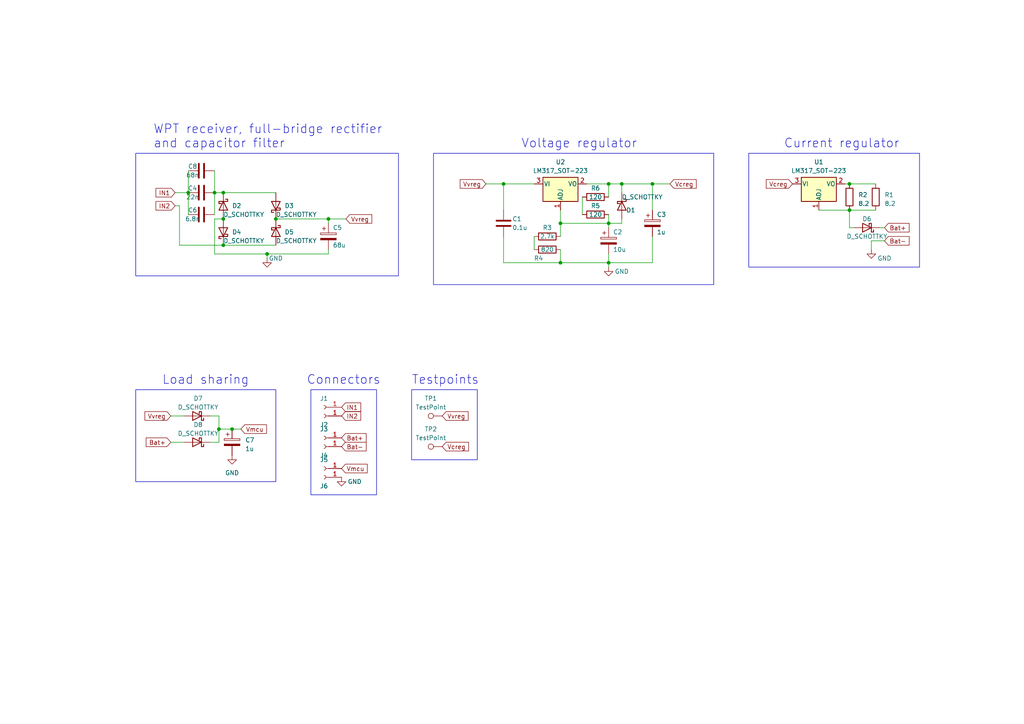
<source format=kicad_sch>
(kicad_sch (version 20230121) (generator eeschema)
  (paper "A4")
  (lib_symbols
    (symbol "Connector:Conn_01x01_Socket" (pin_names (offset 1.016) hide)
      (property "Reference" "J" (at 0 2.54 0))
      (property "Value" "Conn_01x01_Socket" (at 0 -2.54 0))
      (symbol "Conn_01x01_Socket_1_1"
        (polyline (pts (xy -1.27 0) (xy -0.508 0)) (stroke (width 0.1524)))
        (arc (start 0 0.508) (mid -0.5058 0) (end 0 -0.508) (stroke (width 0.1524)))
        (pin passive line (at -5.08 0 0) (length 3.81) (name "Pin_1") (number "1"))
      )
    )
    (symbol "Connector:TestPoint" (pin_numbers hide) (pin_names (offset 0.762) hide)
      (property "Reference" "TP" (at 0 6.858 0))
      (property "Value" "TestPoint" (at 0 5.08 0))
      (symbol "TestPoint_0_1"
        (circle (center 0 3.302) (radius 0.762))
      )
      (symbol "TestPoint_1_1"
        (pin passive line (at 0 0 90) (length 2.54) (name "1") (number "1"))
      )
    )
    (symbol "Device:C" (pin_numbers hide) (pin_names (offset 0.254))
      (property "Reference" "C" (at 0.635 2.54 0))
      (property "Value" "C" (at 0.635 -2.54 0))
      (symbol "C_0_1"
        (polyline (pts (xy -2.032 -0.762) (xy 2.032 -0.762)) (stroke (width 0.508)))
        (polyline (pts (xy -2.032 0.762) (xy 2.032 0.762)) (stroke (width 0.508)))
      )
      (symbol "C_1_1"
        (pin passive line (at 0 3.81 270) (length 2.794) (name "~") (number "1"))
        (pin passive line (at 0 -3.81 90) (length 2.794) (name "~") (number "2"))
      )
    )
    (symbol "Device:C_Polarized" (pin_numbers hide) (pin_names (offset 0.254))
      (property "Reference" "C" (at 0.635 2.54 0))
      (property "Value" "C_Polarized" (at 0.635 -2.54 0))
      (symbol "C_Polarized_0_1"
        (rectangle (start -2.286 0.508) (end 2.286 1.016))
        (polyline (pts (xy -1.778 2.286) (xy -0.762 2.286)))
        (polyline (pts (xy -1.27 2.794) (xy -1.27 1.778)))
        (rectangle (start 2.286 -0.508) (end -2.286 -1.016) (fill (type outline)))
      )
      (symbol "C_Polarized_1_1"
        (pin passive line (at 0 3.81 270) (length 2.794) (name "~") (number "1"))
        (pin passive line (at 0 -3.81 90) (length 2.794) (name "~") (number "2"))
      )
    )
    (symbol "Device:D_Schottky" (pin_numbers hide) (pin_names (offset 1.016) hide)
      (property "Reference" "D" (at 0 2.54 0))
      (property "Value" "D_Schottky" (at 0 -2.54 0))
      (symbol "D_Schottky_0_1"
        (polyline (pts (xy 1.27 0) (xy -1.27 0)))
        (polyline (pts (xy 1.27 1.27) (xy 1.27 -1.27) (xy -1.27 0) (xy 1.27 1.27)) (stroke (width 0.254)))
        (polyline (pts (xy -1.905 0.635) (xy -1.905 1.27) (xy -1.27 1.27) (xy -1.27 -1.27) (xy -0.635 -1.27) (xy -0.635 -0.635)) (stroke (width 0.254)))
      )
      (symbol "D_Schottky_1_1"
        (pin passive line (at -3.81 0 0) (length 2.54) (name "K") (number "1"))
        (pin passive line (at 3.81 0 180) (length 2.54) (name "A") (number "2"))
      )
    )
    (symbol "Device:R" (pin_numbers hide) (pin_names (offset 0))
      (property "Reference" "R" (at 2.032 0 90))
      (property "Value" "R" (at 0 0 90))
      (symbol "R_0_1"
        (rectangle (start -1.016 -2.54) (end 1.016 2.54) (stroke (width 0.254)))
      )
      (symbol "R_1_1"
        (pin passive line (at 0 3.81 270) (length 1.27) (name "~") (number "1"))
        (pin passive line (at 0 -3.81 90) (length 1.27) (name "~") (number "2"))
      )
    )
    (symbol "Regulator_Linear:LM317_SOT-223" (pin_names (offset 0.254))
      (property "Reference" "U" (at -3.81 3.175 0))
      (property "Value" "LM317_SOT-223" (at 0 3.175 0))
      (symbol "LM317_SOT-223_0_1"
        (rectangle (start -5.08 1.905) (end 5.08 -5.08) (stroke (width 0.254)) (fill (type background)))
      )
      (symbol "LM317_SOT-223_1_1"
        (pin input line (at 0 -7.62 90) (length 2.54) (name "ADJ") (number "1"))
        (pin power_out line (at 7.62 0 180) (length 2.54) (name "VO") (number "2"))
        (pin power_in line (at -7.62 0 0) (length 2.54) (name "VI") (number "3"))
      )
    )
    (symbol "power:GND" (power) (pin_names (offset 0))
      (property "Value" "GND" (at 0 -3.81 0))
      (symbol "GND_0_1"
        (polyline (pts (xy 0 0) (xy 0 -1.27) (xy 1.27 -1.27) (xy 0 -2.54) (xy -1.27 -1.27) (xy 0 -1.27)))
      )
      (symbol "GND_1_1"
        (pin power_in line (at 0 0 270) (length 0) hide (name "GND") (number "1"))
      )
    )
  )
  (junction (at 180.34 53.34))
  (junction (at 62.23 55.88))
  (junction (at 146.05 53.34))
  (junction (at 246.38 60.96))
  (junction (at 162.56 64.77))
  (junction (at 54.61 55.88))
  (junction (at 189.23 53.34))
  (junction (at 64.77 71.12))
  (junction (at 77.47 73.66))
  (junction (at 80.01 63.5))
  (junction (at 162.56 76.2))
  (junction (at 246.38 53.34))
  (junction (at 176.53 64.77))
  (junction (at 63.5 124.46))
  (junction (at 95.25 63.5))
  (junction (at 67.31 124.46))
  (junction (at 176.53 53.34))
  (junction (at 64.77 55.88))
  (junction (at 176.53 76.2))
  (junction (at 64.77 63.5))
  (wire (pts (xy 189.23 53.34) (xy 194.31 53.34)))
  (wire (pts (xy 176.53 62.23) (xy 176.53 64.77)))
  (wire (pts (xy 237.49 60.96) (xy 246.38 60.96)))
  (wire (pts (xy 189.23 68.58) (xy 189.23 76.2)))
  (wire (pts (xy 140.97 53.34) (xy 146.05 53.34)))
  (wire (pts (xy 63.5 124.46) (xy 67.31 124.46)))
  (wire (pts (xy 162.56 76.2) (xy 176.53 76.2)))
  (wire (pts (xy 256.54 69.85) (xy 252.73 69.85)))
  (wire (pts (xy 95.25 73.66) (xy 77.47 73.66)))
  (wire (pts (xy 67.31 124.46) (xy 69.85 124.46)))
  (wire (pts (xy 80.01 63.5) (xy 95.25 63.5)))
  (wire (pts (xy 62.23 55.88) (xy 64.77 55.88)))
  (wire (pts (xy 245.11 53.34) (xy 246.38 53.34)))
  (wire (pts (xy 64.77 55.88) (xy 80.01 55.88)))
  (wire (pts (xy 176.53 76.2) (xy 176.53 73.66)))
  (wire (pts (xy 176.53 53.34) (xy 180.34 53.34)))
  (wire (pts (xy 54.61 55.88) (xy 54.61 62.23)))
  (wire (pts (xy 60.96 120.65) (xy 63.5 120.65)))
  (wire (pts (xy 63.5 120.65) (xy 63.5 124.46)))
  (wire (pts (xy 180.34 53.34) (xy 180.34 55.88)))
  (wire (pts (xy 246.38 53.34) (xy 254 53.34)))
  (wire (pts (xy 255.27 66.04) (xy 256.54 66.04)))
  (wire (pts (xy 49.53 120.65) (xy 53.34 120.65)))
  (wire (pts (xy 52.07 59.69) (xy 50.8 59.69)))
  (wire (pts (xy 62.23 63.5) (xy 64.77 63.5)))
  (wire (pts (xy 247.65 66.04) (xy 246.38 66.04)))
  (wire (pts (xy 170.18 53.34) (xy 176.53 53.34)))
  (wire (pts (xy 95.25 73.66) (xy 95.25 72.39)))
  (wire (pts (xy 62.23 55.88) (xy 62.23 62.23)))
  (wire (pts (xy 154.94 68.58) (xy 154.94 72.39)))
  (wire (pts (xy 64.77 71.12) (xy 52.07 71.12)))
  (wire (pts (xy 176.53 64.77) (xy 176.53 66.04)))
  (wire (pts (xy 162.56 64.77) (xy 176.53 64.77)))
  (wire (pts (xy 146.05 68.58) (xy 146.05 76.2)))
  (wire (pts (xy 95.25 63.5) (xy 100.33 63.5)))
  (wire (pts (xy 176.53 53.34) (xy 176.53 57.15)))
  (wire (pts (xy 162.56 60.96) (xy 162.56 64.77)))
  (wire (pts (xy 146.05 53.34) (xy 146.05 60.96)))
  (wire (pts (xy 162.56 64.77) (xy 162.56 68.58)))
  (wire (pts (xy 77.47 73.66) (xy 77.47 74.93)))
  (wire (pts (xy 77.47 73.66) (xy 62.23 73.66)))
  (wire (pts (xy 246.38 66.04) (xy 246.38 60.96)))
  (wire (pts (xy 63.5 124.46) (xy 63.5 128.27)))
  (wire (pts (xy 54.61 49.53) (xy 54.61 55.88)))
  (wire (pts (xy 176.53 76.2) (xy 176.53 77.47)))
  (wire (pts (xy 49.53 128.27) (xy 53.34 128.27)))
  (wire (pts (xy 50.8 55.88) (xy 54.61 55.88)))
  (wire (pts (xy 252.73 69.85) (xy 252.73 72.39)))
  (wire (pts (xy 62.23 49.53) (xy 62.23 55.88)))
  (wire (pts (xy 63.5 128.27) (xy 60.96 128.27)))
  (wire (pts (xy 64.77 71.12) (xy 80.01 71.12)))
  (wire (pts (xy 176.53 64.77) (xy 180.34 64.77)))
  (wire (pts (xy 95.25 63.5) (xy 95.25 64.77)))
  (wire (pts (xy 189.23 76.2) (xy 176.53 76.2)))
  (wire (pts (xy 168.91 57.15) (xy 168.91 62.23)))
  (wire (pts (xy 52.07 71.12) (xy 52.07 59.69)))
  (wire (pts (xy 246.38 60.96) (xy 254 60.96)))
  (wire (pts (xy 146.05 53.34) (xy 154.94 53.34)))
  (wire (pts (xy 162.56 72.39) (xy 162.56 76.2)))
  (wire (pts (xy 189.23 53.34) (xy 189.23 60.96)))
  (wire (pts (xy 180.34 53.34) (xy 189.23 53.34)))
  (wire (pts (xy 180.34 63.5) (xy 180.34 64.77)))
  (wire (pts (xy 62.23 73.66) (xy 62.23 63.5)))
  (wire (pts (xy 146.05 76.2) (xy 162.56 76.2)))
  (rectangle (start 125.73 44.45) (end 207.01 82.55))
  (rectangle (start 90.17 113.03) (end 109.22 143.51))
  (rectangle (start 39.37 113.03) (end 80.01 139.7))
  (rectangle (start 119.38 113.03) (end 138.43 133.35))
  (rectangle (start 39.37 44.45) (end 115.57 80.01))
  (rectangle (start 217.17 44.45) (end 266.7 77.47))
  (text "Current regulator" (at 227.33 43.18 0) (effects (font (size 2.56 2.56)) (justify left bottom)))
  (text "Load sharing" (at 46.99 111.76 0) (effects (font (size 2.56 2.56)) (justify left bottom)))
  (text "Connectors" (at 88.9 111.76 0) (effects (font (size 2.56 2.56)) (justify left bottom)))
  (text "Testpoints" (at 119.38 111.76 0) (effects (font (size 2.56 2.56)) (justify left bottom)))
  (text "WPT receiver, full-bridge rectifier\nand capacitor filter" (at 44.45 43.18 0) (effects (font (size 2.56 2.56)) (justify left bottom)))
  (text "Voltage regulator" (at 151.13 43.18 0) (effects (font (size 2.56 2.56)) (justify left bottom)))
  (global_label "Bat-" (shape input) (at 256.54 69.85 0) (property "Intersheetrefs" "${INTERSHEET_REFS}" (effects hide)))
  (global_label "Vvreg" (shape input) (at 100.33 63.5 0) (property "Intersheetrefs" "${INTERSHEET_REFS}" (effects hide)))
  (global_label "Vcreg" (shape input) (at 128.27 129.54 0) (property "Intersheetrefs" "${INTERSHEET_REFS}" (effects hide)))
  (global_label "Bat-" (shape input) (at 99.06 129.54 0) (property "Intersheetrefs" "${INTERSHEET_REFS}" (effects hide)))
  (global_label "Vcreg" (shape input) (at 229.87 53.34 180) (property "Intersheetrefs" "${INTERSHEET_REFS}" (effects hide)))
  (global_label "Vvreg" (shape input) (at 49.53 120.65 180) (property "Intersheetrefs" "${INTERSHEET_REFS}" (effects hide)))
  (global_label "Vvreg" (shape input) (at 140.97 53.34 180) (property "Intersheetrefs" "${INTERSHEET_REFS}" (effects hide)))
  (global_label "Bat+" (shape input) (at 256.54 66.04 0) (property "Intersheetrefs" "${INTERSHEET_REFS}" (effects hide)))
  (global_label "IN1" (shape input) (at 99.06 118.11 0) (property "Intersheetrefs" "${INTERSHEET_REFS}" (effects hide)))
  (global_label "Bat+" (shape input) (at 99.06 127 0) (property "Intersheetrefs" "${INTERSHEET_REFS}" (effects hide)))
  (global_label "Bat+" (shape input) (at 49.53 128.27 180) (property "Intersheetrefs" "${INTERSHEET_REFS}" (effects hide)))
  (global_label "Vmcu" (shape input) (at 69.85 124.46 0) (property "Intersheetrefs" "${INTERSHEET_REFS}" (effects hide)))
  (global_label "IN2" (shape input) (at 99.06 120.65 0) (property "Intersheetrefs" "${INTERSHEET_REFS}" (effects hide)))
  (global_label "IN1" (shape input) (at 50.8 55.88 180) (property "Intersheetrefs" "${INTERSHEET_REFS}" (effects hide)))
  (global_label "IN2" (shape input) (at 50.8 59.69 180) (property "Intersheetrefs" "${INTERSHEET_REFS}" (effects hide)))
  (global_label "Vmcu" (shape input) (at 99.06 135.89 0) (property "Intersheetrefs" "${INTERSHEET_REFS}" (effects hide)))
  (global_label "Vvreg" (shape input) (at 128.27 120.65 0) (property "Intersheetrefs" "${INTERSHEET_REFS}" (effects hide)))
  (global_label "Vcreg" (shape input) (at 194.31 53.34 0) (property "Intersheetrefs" "${INTERSHEET_REFS}" (effects hide)))
  (symbol (lib_id "power:GND") (at 67.31 132.08 0) (unit 1)
    (property "Reference" "#PWR04" (effects hide))
    (property "Value" "GND" (at 67.31 137.16 0))
  )
  (symbol (lib_id "Device:C") (at 58.42 55.88 90) (unit 1)
    (property "Reference" "C4" (at 55.88 54.61 90))
    (property "Value" "22n" (at 55.88 57.15 90))
    (property "Footprint" "Capacitor_SMD:C_0805_2012Metric_Pad1.18x1.45mm_HandSolder" (effects hide))
  )
  (symbol (lib_id "Device:D_Schottky") (at 251.46 66.04 180) (unit 1)
    (property "Reference" "D6" (at 251.46 63.5 0))
    (property "Value" "D_SCHOTTKY" (at 251.46 68.58 0))
    (property "Footprint" "Diode_SMD:D_SOD-128" (effects hide))
    (property "Sim.Device" "D" (effects hide))
    (property "Sim.Pins" "1=K 2=A" (effects hide))
  )
  (symbol (lib_id "Device:C") (at 146.05 64.77 0) (unit 1)
    (property "Reference" "C1" (at 148.59 63.5 0) (effects (justify left)))
    (property "Value" "0.1u" (at 148.59 66.04 0) (effects (justify left)))
    (property "Footprint" "Capacitor_SMD:C_0805_2012Metric_Pad1.18x1.45mm_HandSolder" (effects hide))
  )
  (symbol (lib_id "Device:C_Polarized") (at 67.31 128.27 0) (unit 1)
    (property "Reference" "C7" (at 71.12 127.635 0) (effects (justify left)))
    (property "Value" "1u" (at 71.12 130.175 0) (effects (justify left)))
    (property "Footprint" "Capacitor_SMD:CP_Elec_4x5.4" (effects hide))
  )
  (symbol (lib_id "Connector:Conn_01x01_Socket") (at 93.98 120.65 180) (unit 1)
    (property "Reference" "J2" (at 93.98 123.19 0))
    (property "Value" "COIL2" (effects hide))
    (property "Footprint" "Connector_Wire:SolderWirePad_1x01_SMD_1x2mm" (effects hide))
  )
  (symbol (lib_id "Connector:TestPoint") (at 128.27 120.65 90) (unit 1)
    (property "Reference" "TP1" (at 124.968 115.57 90))
    (property "Value" "TestPoint" (at 124.968 118.11 90))
    (property "Footprint" "TestPoint:TestPoint_Pad_D1.0mm" (effects hide))
  )
  (symbol (lib_id "Device:D_Schottky") (at 180.34 59.69 270) (unit 1)
    (property "Reference" "D1" (at 181.61 60.96 90) (effects (justify left)))
    (property "Value" "D_SCHOTTKY" (at 180.34 57.15 90) (effects (justify left)))
    (property "Footprint" "Diode_SMD:D_SOD-128" (effects hide))
    (property "Sim.Device" "D" (effects hide))
    (property "Sim.Pins" "1=K 2=A" (effects hide))
  )
  (symbol (lib_id "Device:C_Polarized") (at 189.23 64.77 0) (unit 1)
    (property "Reference" "C3" (at 190.5 62.23 0) (effects (justify left)))
    (property "Value" "1u" (at 190.5 67.31 0) (effects (justify left)))
    (property "Footprint" "Capacitor_SMD:CP_Elec_4x5.4" (effects hide))
  )
  (symbol (lib_id "Device:D_Schottky") (at 80.01 59.69 90) (unit 1)
    (property "Reference" "D3" (at 82.55 59.69 90) (effects (justify right)))
    (property "Value" "D_SCHOTTKY" (at 80.01 62.23 90) (effects (justify right)))
    (property "Footprint" "Diode_SMD:D_SOD-128" (effects hide))
  )
  (symbol (lib_id "power:GND") (at 176.53 77.47 0) (unit 1)
    (property "Reference" "#PWR01" (effects hide))
    (property "Value" "GND" (at 180.34 78.74 0))
  )
  (symbol (lib_id "Device:R") (at 158.75 72.39 90) (unit 1)
    (property "Reference" "R4" (at 156.21 74.93 90))
    (property "Value" "820" (at 158.75 72.39 90))
    (property "Footprint" "Resistor_SMD:R_0805_2012Metric_Pad1.20x1.40mm_HandSolder" (effects hide))
  )
  (symbol (lib_id "Device:D_Schottky") (at 64.77 59.69 270) (unit 1)
    (property "Reference" "D2" (at 67.31 59.69 90) (effects (justify left)))
    (property "Value" "D_SCHOTTKY" (at 64.77 62.23 90) (effects (justify left)))
    (property "Footprint" "Diode_SMD:D_SOD-128" (effects hide))
  )
  (symbol (lib_id "Device:D_Schottky") (at 64.77 67.31 90) (unit 1)
    (property "Reference" "D4" (at 67.31 67.31 90) (effects (justify right)))
    (property "Value" "D_SCHOTTKY" (at 64.77 69.85 90) (effects (justify right)))
    (property "Footprint" "Diode_SMD:D_SOD-128" (effects hide))
  )
  (symbol (lib_id "Regulator_Linear:LM317_SOT-223") (at 237.49 53.34 0) (unit 1)
    (property "Reference" "U1" (at 237.49 46.99 0))
    (property "Value" "LM317_SOT-223" (at 237.49 49.53 0))
    (property "Footprint" "Package_TO_SOT_THT:TO-220-3_Vertical" (effects hide))
    (property "Datasheet" "http://www.ti.com/lit/ds/symlink/lm317.pdf" (effects hide))
  )
  (symbol (lib_id "Device:D_Schottky") (at 80.01 67.31 270) (unit 1)
    (property "Reference" "D5" (at 82.55 67.31 90) (effects (justify left)))
    (property "Value" "D_SCHOTTKY" (at 80.01 69.85 90) (effects (justify left)))
    (property "Footprint" "Diode_SMD:D_SOD-128" (effects hide))
  )
  (symbol (lib_id "Connector:Conn_01x01_Socket") (at 93.98 127 180) (unit 1)
    (property "Reference" "J3" (at 93.98 124.46 0))
    (property "Value" "+BAT" (effects hide))
    (property "Footprint" "Connector_Wire:SolderWirePad_1x01_SMD_1x2mm" (effects hide))
  )
  (symbol (lib_id "Device:C") (at 58.42 49.53 90) (unit 1)
    (property "Reference" "C8" (at 55.88 48.26 90))
    (property "Value" "68n" (at 55.88 50.8 90))
    (property "Footprint" "Capacitor_SMD:C_0805_2012Metric_Pad1.18x1.45mm_HandSolder" (effects hide))
  )
  (symbol (lib_id "power:GND") (at 99.06 138.43 0) (unit 1)
    (property "Reference" "#PWR06" (effects hide))
    (property "Value" "GND" (at 102.87 139.7 0))
  )
  (symbol (lib_id "Device:R") (at 158.75 68.58 90) (unit 1)
    (property "Reference" "R3" (at 158.75 66.04 90))
    (property "Value" "2.7k" (at 158.75 68.58 90))
    (property "Footprint" "Resistor_SMD:R_0805_2012Metric_Pad1.20x1.40mm_HandSolder" (effects hide))
  )
  (symbol (lib_id "power:GND") (at 77.47 74.93 0) (unit 1)
    (property "Reference" "#PWR03" (effects hide))
    (property "Value" "GND" (at 80.01 74.93 0))
  )
  (symbol (lib_id "Device:R") (at 254 57.15 0) (unit 1)
    (property "Reference" "R1" (at 256.54 56.515 0) (effects (justify left)))
    (property "Value" "8.2" (at 256.54 59.055 0) (effects (justify left)))
    (property "Footprint" "Resistor_SMD:R_0805_2012Metric_Pad1.20x1.40mm_HandSolder" (effects hide))
  )
  (symbol (lib_id "Device:R") (at 246.38 57.15 0) (unit 1)
    (property "Reference" "R2" (at 248.92 56.515 0) (effects (justify left)))
    (property "Value" "8.2" (at 248.92 59.055 0) (effects (justify left)))
    (property "Footprint" "Resistor_SMD:R_0805_2012Metric_Pad1.20x1.40mm_HandSolder" (effects hide))
  )
  (symbol (lib_id "Device:D_Schottky") (at 57.15 120.65 180) (unit 1)
    (property "Reference" "D7" (at 57.4675 115.57 0))
    (property "Value" "D_SCHOTTKY" (at 57.4675 118.11 0))
    (property "Footprint" "Diode_SMD:D_SOD-128" (effects hide))
  )
  (symbol (lib_id "Connector:Conn_01x01_Socket") (at 93.98 135.89 180) (unit 1)
    (property "Reference" "J5" (at 93.98 133.35 0))
    (property "Value" "VMCU" (effects hide))
    (property "Footprint" "Connector_Wire:SolderWirePad_1x01_SMD_1x2mm" (effects hide))
  )
  (symbol (lib_id "Device:R") (at 172.72 57.15 90) (unit 1)
    (property "Reference" "R6" (at 172.72 54.61 90))
    (property "Value" "120" (at 172.72 57.15 90))
    (property "Footprint" "Resistor_SMD:R_0805_2012Metric_Pad1.20x1.40mm_HandSolder" (effects hide))
  )
  (symbol (lib_id "Connector:Conn_01x01_Socket") (at 93.98 118.11 180) (unit 1)
    (property "Reference" "J1" (at 93.98 115.57 0))
    (property "Value" "COIL1" (effects hide))
    (property "Footprint" "Connector_Wire:SolderWirePad_1x01_SMD_1x2mm" (effects hide))
  )
  (symbol (lib_id "Device:C") (at 58.42 62.23 90) (unit 1)
    (property "Reference" "C6" (at 55.88 60.96 90))
    (property "Value" "6.8n" (at 55.88 63.5 90))
    (property "Footprint" "Capacitor_SMD:C_0805_2012Metric_Pad1.18x1.45mm_HandSolder" (effects hide))
  )
  (symbol (lib_id "Connector:TestPoint") (at 128.27 129.54 90) (unit 1)
    (property "Reference" "TP2" (at 124.968 124.46 90))
    (property "Value" "TestPoint" (at 124.968 127 90))
    (property "Footprint" "TestPoint:TestPoint_Pad_D1.0mm" (effects hide))
  )
  (symbol (lib_id "Device:R") (at 172.72 62.23 90) (unit 1)
    (property "Reference" "R5" (at 172.72 59.69 90))
    (property "Value" "120" (at 172.72 62.23 90))
    (property "Footprint" "Resistor_SMD:R_0805_2012Metric_Pad1.20x1.40mm_HandSolder" (effects hide))
  )
  (symbol (lib_id "power:GND") (at 252.73 72.39 0) (unit 1)
    (property "Reference" "#PWR02" (effects hide))
    (property "Value" "GND" (at 256.54 74.93 0))
  )
  (symbol (lib_id "Connector:Conn_01x01_Socket") (at 93.98 129.54 180) (unit 1)
    (property "Reference" "J4" (at 93.98 132.08 0))
    (property "Value" "-BAT" (effects hide))
    (property "Footprint" "Connector_Wire:SolderWirePad_1x01_SMD_1x2mm" (effects hide))
  )
  (symbol (lib_id "Device:C_Polarized") (at 95.25 68.58 0) (unit 1)
    (property "Reference" "C5" (at 96.52 66.04 0) (effects (justify left)))
    (property "Value" "68u" (at 96.52 71.12 0) (effects (justify left)))
    (property "Footprint" "Capacitor_THT:CP_Radial_D13.0mm_P5.00mm" (effects hide))
  )
  (symbol (lib_id "Regulator_Linear:LM317_SOT-223") (at 162.56 53.34 0) (unit 1)
    (property "Reference" "U2" (at 162.56 46.99 0))
    (property "Value" "LM317_SOT-223" (at 162.56 49.53 0))
    (property "Footprint" "Package_TO_SOT_THT:TO-220-3_Vertical" (effects hide))
    (property "Datasheet" "http://www.ti.com/lit/ds/symlink/lm317.pdf" (effects hide))
  )
  (symbol (lib_id "Device:C_Polarized") (at 176.53 69.85 0) (unit 1)
    (property "Reference" "C2" (at 177.8 67.31 0) (effects (justify left)))
    (property "Value" "10u" (at 177.8 72.39 0) (effects (justify left)))
    (property "Footprint" "Capacitor_THT:CP_Radial_D13.0mm_P5.00mm" (effects hide))
  )
  (symbol (lib_id "Connector:Conn_01x01_Socket") (at 93.98 138.43 180) (unit 1)
    (property "Reference" "J6" (at 93.98 140.97 0))
    (property "Value" "GNDMCU" (effects hide))
    (property "Footprint" "Connector_Wire:SolderWirePad_1x01_SMD_1x2mm" (effects hide))
  )
  (symbol (lib_id "Device:D_Schottky") (at 57.15 128.27 180) (unit 1)
    (property "Reference" "D8" (at 57.4675 123.19 0))
    (property "Value" "D_SCHOTTKY" (at 57.4675 125.73 0))
    (property "Footprint" "Diode_SMD:D_SOD-128" (effects hide))
  )
)
</source>
